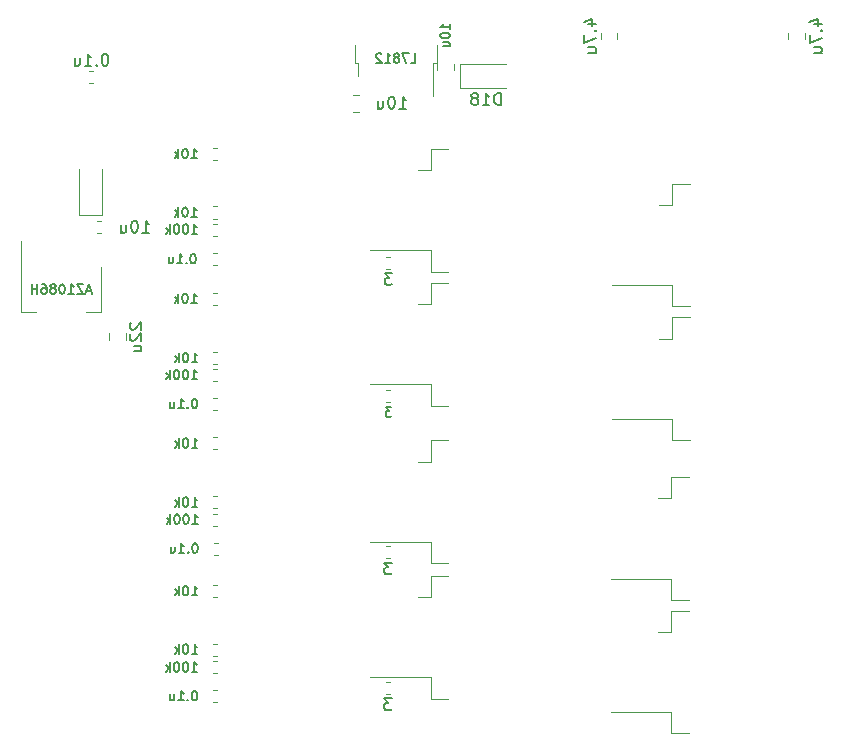
<source format=gbr>
G04 #@! TF.GenerationSoftware,KiCad,Pcbnew,(5.1.2)-1*
G04 #@! TF.CreationDate,2019-09-19T23:19:24+09:00*
G04 #@! TF.ProjectId,Slapnir,536c6170-6e69-4722-9e6b-696361645f70,rev?*
G04 #@! TF.SameCoordinates,Original*
G04 #@! TF.FileFunction,Legend,Bot*
G04 #@! TF.FilePolarity,Positive*
%FSLAX46Y46*%
G04 Gerber Fmt 4.6, Leading zero omitted, Abs format (unit mm)*
G04 Created by KiCad (PCBNEW (5.1.2)-1) date 2019-09-19 23:19:24*
%MOMM*%
%LPD*%
G04 APERTURE LIST*
%ADD10C,0.120000*%
%ADD11C,0.150000*%
G04 APERTURE END LIST*
D10*
X120137221Y-46040000D02*
X120462779Y-46040000D01*
X120137221Y-47060000D02*
X120462779Y-47060000D01*
X121790000Y-68241422D02*
X121790000Y-68758578D01*
X123210000Y-68241422D02*
X123210000Y-68758578D01*
X130912779Y-61440000D02*
X130587221Y-61440000D01*
X130912779Y-62460000D02*
X130587221Y-62460000D01*
X130962779Y-74710000D02*
X130637221Y-74710000D01*
X130962779Y-73690000D02*
X130637221Y-73690000D01*
X131012779Y-86960000D02*
X130687221Y-86960000D01*
X131012779Y-85940000D02*
X130687221Y-85940000D01*
X130962779Y-98440000D02*
X130637221Y-98440000D01*
X130962779Y-99460000D02*
X130637221Y-99460000D01*
X163440000Y-42791422D02*
X163440000Y-43308578D01*
X164860000Y-42791422D02*
X164860000Y-43308578D01*
X180760000Y-42791422D02*
X180760000Y-43308578D01*
X179340000Y-42791422D02*
X179340000Y-43308578D01*
X121250000Y-58250000D02*
X119250000Y-58250000D01*
X119250000Y-58250000D02*
X119250000Y-54350000D01*
X121250000Y-58250000D02*
X121250000Y-54350000D01*
X169500000Y-57360000D02*
X168400000Y-57360000D01*
X169500000Y-55550000D02*
X169500000Y-57360000D01*
X171000000Y-55550000D02*
X169500000Y-55550000D01*
X169500000Y-64140000D02*
X164375000Y-64140000D01*
X169500000Y-65950000D02*
X169500000Y-64140000D01*
X171000000Y-65950000D02*
X169500000Y-65950000D01*
X150550000Y-63000000D02*
X149050000Y-63000000D01*
X149050000Y-63000000D02*
X149050000Y-61190000D01*
X149050000Y-61190000D02*
X143925000Y-61190000D01*
X150550000Y-52600000D02*
X149050000Y-52600000D01*
X149050000Y-52600000D02*
X149050000Y-54410000D01*
X149050000Y-54410000D02*
X147950000Y-54410000D01*
X169500000Y-68685000D02*
X168400000Y-68685000D01*
X169500000Y-66875000D02*
X169500000Y-68685000D01*
X171000000Y-66875000D02*
X169500000Y-66875000D01*
X169500000Y-75465000D02*
X164375000Y-75465000D01*
X169500000Y-77275000D02*
X169500000Y-75465000D01*
X171000000Y-77275000D02*
X169500000Y-77275000D01*
X150550000Y-74350000D02*
X149050000Y-74350000D01*
X149050000Y-74350000D02*
X149050000Y-72540000D01*
X149050000Y-72540000D02*
X143925000Y-72540000D01*
X150550000Y-63950000D02*
X149050000Y-63950000D01*
X149050000Y-63950000D02*
X149050000Y-65760000D01*
X149050000Y-65760000D02*
X147950000Y-65760000D01*
X170900000Y-90800000D02*
X169400000Y-90800000D01*
X169400000Y-90800000D02*
X169400000Y-88990000D01*
X169400000Y-88990000D02*
X164275000Y-88990000D01*
X170900000Y-80400000D02*
X169400000Y-80400000D01*
X169400000Y-80400000D02*
X169400000Y-82210000D01*
X169400000Y-82210000D02*
X168300000Y-82210000D01*
X149050000Y-79110000D02*
X147950000Y-79110000D01*
X149050000Y-77300000D02*
X149050000Y-79110000D01*
X150550000Y-77300000D02*
X149050000Y-77300000D01*
X149050000Y-85890000D02*
X143925000Y-85890000D01*
X149050000Y-87700000D02*
X149050000Y-85890000D01*
X150550000Y-87700000D02*
X149050000Y-87700000D01*
X170900000Y-102100000D02*
X169400000Y-102100000D01*
X169400000Y-102100000D02*
X169400000Y-100290000D01*
X169400000Y-100290000D02*
X164275000Y-100290000D01*
X170900000Y-91700000D02*
X169400000Y-91700000D01*
X169400000Y-91700000D02*
X169400000Y-93510000D01*
X169400000Y-93510000D02*
X168300000Y-93510000D01*
X149050000Y-90560000D02*
X147950000Y-90560000D01*
X149050000Y-88750000D02*
X149050000Y-90560000D01*
X150550000Y-88750000D02*
X149050000Y-88750000D01*
X149050000Y-97340000D02*
X143925000Y-97340000D01*
X149050000Y-99150000D02*
X149050000Y-97340000D01*
X150550000Y-99150000D02*
X149050000Y-99150000D01*
X130912779Y-58510000D02*
X130587221Y-58510000D01*
X130912779Y-57490000D02*
X130587221Y-57490000D01*
X130962779Y-69790000D02*
X130637221Y-69790000D01*
X130962779Y-70810000D02*
X130637221Y-70810000D01*
X130962779Y-82040000D02*
X130637221Y-82040000D01*
X130962779Y-83060000D02*
X130637221Y-83060000D01*
X130962779Y-94520000D02*
X130637221Y-94520000D01*
X130962779Y-95540000D02*
X130637221Y-95540000D01*
X130912779Y-58940000D02*
X130587221Y-58940000D01*
X130912779Y-59960000D02*
X130587221Y-59960000D01*
X130962779Y-72260000D02*
X130637221Y-72260000D01*
X130962779Y-71240000D02*
X130637221Y-71240000D01*
X130962779Y-84510000D02*
X130637221Y-84510000D01*
X130962779Y-83490000D02*
X130637221Y-83490000D01*
X130962779Y-95990000D02*
X130637221Y-95990000D01*
X130962779Y-97010000D02*
X130637221Y-97010000D01*
X145612779Y-61740000D02*
X145287221Y-61740000D01*
X145612779Y-62760000D02*
X145287221Y-62760000D01*
X145612779Y-74010000D02*
X145287221Y-74010000D01*
X145612779Y-72990000D02*
X145287221Y-72990000D01*
X145562779Y-87260000D02*
X145237221Y-87260000D01*
X145562779Y-86240000D02*
X145237221Y-86240000D01*
X145562779Y-97740000D02*
X145237221Y-97740000D01*
X145562779Y-98760000D02*
X145237221Y-98760000D01*
X121160000Y-66410000D02*
X119900000Y-66410000D01*
X114340000Y-66410000D02*
X115600000Y-66410000D01*
X121160000Y-62650000D02*
X121160000Y-66410000D01*
X114340000Y-60400000D02*
X114340000Y-66410000D01*
X149550000Y-43820000D02*
X149550000Y-45320000D01*
X149550000Y-45320000D02*
X149280000Y-45320000D01*
X149280000Y-45320000D02*
X149280000Y-48150000D01*
X142650000Y-43820000D02*
X142650000Y-45320000D01*
X142650000Y-45320000D02*
X142920000Y-45320000D01*
X142920000Y-45320000D02*
X142920000Y-46420000D01*
X120828733Y-59760000D02*
X121171267Y-59760000D01*
X120828733Y-58740000D02*
X121171267Y-58740000D01*
X151010000Y-45958578D02*
X151010000Y-45441422D01*
X149590000Y-45958578D02*
X149590000Y-45441422D01*
X143008578Y-49460000D02*
X142491422Y-49460000D01*
X143008578Y-48040000D02*
X142491422Y-48040000D01*
X151500000Y-47450000D02*
X151500000Y-45450000D01*
X151500000Y-45450000D02*
X155400000Y-45450000D01*
X151500000Y-47450000D02*
X155400000Y-47450000D01*
X130912779Y-53560000D02*
X130587221Y-53560000D01*
X130912779Y-52540000D02*
X130587221Y-52540000D01*
X130912779Y-64790000D02*
X130587221Y-64790000D01*
X130912779Y-65810000D02*
X130587221Y-65810000D01*
X130962779Y-78060000D02*
X130637221Y-78060000D01*
X130962779Y-77040000D02*
X130637221Y-77040000D01*
X130962779Y-89540000D02*
X130637221Y-89540000D01*
X130962779Y-90560000D02*
X130637221Y-90560000D01*
D11*
X121514285Y-44572380D02*
X121419047Y-44572380D01*
X121323809Y-44620000D01*
X121276190Y-44667619D01*
X121228571Y-44762857D01*
X121180952Y-44953333D01*
X121180952Y-45191428D01*
X121228571Y-45381904D01*
X121276190Y-45477142D01*
X121323809Y-45524761D01*
X121419047Y-45572380D01*
X121514285Y-45572380D01*
X121609523Y-45524761D01*
X121657142Y-45477142D01*
X121704761Y-45381904D01*
X121752380Y-45191428D01*
X121752380Y-44953333D01*
X121704761Y-44762857D01*
X121657142Y-44667619D01*
X121609523Y-44620000D01*
X121514285Y-44572380D01*
X120752380Y-45477142D02*
X120704761Y-45524761D01*
X120752380Y-45572380D01*
X120800000Y-45524761D01*
X120752380Y-45477142D01*
X120752380Y-45572380D01*
X119752380Y-45572380D02*
X120323809Y-45572380D01*
X120038095Y-45572380D02*
X120038095Y-44572380D01*
X120133333Y-44715238D01*
X120228571Y-44810476D01*
X120323809Y-44858095D01*
X118895238Y-44905714D02*
X118895238Y-45572380D01*
X119323809Y-44905714D02*
X119323809Y-45429523D01*
X119276190Y-45524761D01*
X119180952Y-45572380D01*
X119038095Y-45572380D01*
X118942857Y-45524761D01*
X118895238Y-45477142D01*
X123647619Y-67335714D02*
X123600000Y-67383333D01*
X123552380Y-67478571D01*
X123552380Y-67716666D01*
X123600000Y-67811904D01*
X123647619Y-67859523D01*
X123742857Y-67907142D01*
X123838095Y-67907142D01*
X123980952Y-67859523D01*
X124552380Y-67288095D01*
X124552380Y-67907142D01*
X123647619Y-68288095D02*
X123600000Y-68335714D01*
X123552380Y-68430952D01*
X123552380Y-68669047D01*
X123600000Y-68764285D01*
X123647619Y-68811904D01*
X123742857Y-68859523D01*
X123838095Y-68859523D01*
X123980952Y-68811904D01*
X124552380Y-68240476D01*
X124552380Y-68859523D01*
X123885714Y-69716666D02*
X124552380Y-69716666D01*
X123885714Y-69288095D02*
X124409523Y-69288095D01*
X124504761Y-69335714D01*
X124552380Y-69430952D01*
X124552380Y-69573809D01*
X124504761Y-69669047D01*
X124457142Y-69716666D01*
X128971428Y-61511904D02*
X128895238Y-61511904D01*
X128819047Y-61550000D01*
X128780952Y-61588095D01*
X128742857Y-61664285D01*
X128704761Y-61816666D01*
X128704761Y-62007142D01*
X128742857Y-62159523D01*
X128780952Y-62235714D01*
X128819047Y-62273809D01*
X128895238Y-62311904D01*
X128971428Y-62311904D01*
X129047619Y-62273809D01*
X129085714Y-62235714D01*
X129123809Y-62159523D01*
X129161904Y-62007142D01*
X129161904Y-61816666D01*
X129123809Y-61664285D01*
X129085714Y-61588095D01*
X129047619Y-61550000D01*
X128971428Y-61511904D01*
X128361904Y-62235714D02*
X128323809Y-62273809D01*
X128361904Y-62311904D01*
X128400000Y-62273809D01*
X128361904Y-62235714D01*
X128361904Y-62311904D01*
X127561904Y-62311904D02*
X128019047Y-62311904D01*
X127790476Y-62311904D02*
X127790476Y-61511904D01*
X127866666Y-61626190D01*
X127942857Y-61702380D01*
X128019047Y-61740476D01*
X126876190Y-61778571D02*
X126876190Y-62311904D01*
X127219047Y-61778571D02*
X127219047Y-62197619D01*
X127180952Y-62273809D01*
X127104761Y-62311904D01*
X126990476Y-62311904D01*
X126914285Y-62273809D01*
X126876190Y-62235714D01*
X129071428Y-73761904D02*
X128995238Y-73761904D01*
X128919047Y-73800000D01*
X128880952Y-73838095D01*
X128842857Y-73914285D01*
X128804761Y-74066666D01*
X128804761Y-74257142D01*
X128842857Y-74409523D01*
X128880952Y-74485714D01*
X128919047Y-74523809D01*
X128995238Y-74561904D01*
X129071428Y-74561904D01*
X129147619Y-74523809D01*
X129185714Y-74485714D01*
X129223809Y-74409523D01*
X129261904Y-74257142D01*
X129261904Y-74066666D01*
X129223809Y-73914285D01*
X129185714Y-73838095D01*
X129147619Y-73800000D01*
X129071428Y-73761904D01*
X128461904Y-74485714D02*
X128423809Y-74523809D01*
X128461904Y-74561904D01*
X128500000Y-74523809D01*
X128461904Y-74485714D01*
X128461904Y-74561904D01*
X127661904Y-74561904D02*
X128119047Y-74561904D01*
X127890476Y-74561904D02*
X127890476Y-73761904D01*
X127966666Y-73876190D01*
X128042857Y-73952380D01*
X128119047Y-73990476D01*
X126976190Y-74028571D02*
X126976190Y-74561904D01*
X127319047Y-74028571D02*
X127319047Y-74447619D01*
X127280952Y-74523809D01*
X127204761Y-74561904D01*
X127090476Y-74561904D01*
X127014285Y-74523809D01*
X126976190Y-74485714D01*
X129121428Y-86011904D02*
X129045238Y-86011904D01*
X128969047Y-86050000D01*
X128930952Y-86088095D01*
X128892857Y-86164285D01*
X128854761Y-86316666D01*
X128854761Y-86507142D01*
X128892857Y-86659523D01*
X128930952Y-86735714D01*
X128969047Y-86773809D01*
X129045238Y-86811904D01*
X129121428Y-86811904D01*
X129197619Y-86773809D01*
X129235714Y-86735714D01*
X129273809Y-86659523D01*
X129311904Y-86507142D01*
X129311904Y-86316666D01*
X129273809Y-86164285D01*
X129235714Y-86088095D01*
X129197619Y-86050000D01*
X129121428Y-86011904D01*
X128511904Y-86735714D02*
X128473809Y-86773809D01*
X128511904Y-86811904D01*
X128550000Y-86773809D01*
X128511904Y-86735714D01*
X128511904Y-86811904D01*
X127711904Y-86811904D02*
X128169047Y-86811904D01*
X127940476Y-86811904D02*
X127940476Y-86011904D01*
X128016666Y-86126190D01*
X128092857Y-86202380D01*
X128169047Y-86240476D01*
X127026190Y-86278571D02*
X127026190Y-86811904D01*
X127369047Y-86278571D02*
X127369047Y-86697619D01*
X127330952Y-86773809D01*
X127254761Y-86811904D01*
X127140476Y-86811904D01*
X127064285Y-86773809D01*
X127026190Y-86735714D01*
X129071428Y-98511904D02*
X128995238Y-98511904D01*
X128919047Y-98550000D01*
X128880952Y-98588095D01*
X128842857Y-98664285D01*
X128804761Y-98816666D01*
X128804761Y-99007142D01*
X128842857Y-99159523D01*
X128880952Y-99235714D01*
X128919047Y-99273809D01*
X128995238Y-99311904D01*
X129071428Y-99311904D01*
X129147619Y-99273809D01*
X129185714Y-99235714D01*
X129223809Y-99159523D01*
X129261904Y-99007142D01*
X129261904Y-98816666D01*
X129223809Y-98664285D01*
X129185714Y-98588095D01*
X129147619Y-98550000D01*
X129071428Y-98511904D01*
X128461904Y-99235714D02*
X128423809Y-99273809D01*
X128461904Y-99311904D01*
X128500000Y-99273809D01*
X128461904Y-99235714D01*
X128461904Y-99311904D01*
X127661904Y-99311904D02*
X128119047Y-99311904D01*
X127890476Y-99311904D02*
X127890476Y-98511904D01*
X127966666Y-98626190D01*
X128042857Y-98702380D01*
X128119047Y-98740476D01*
X126976190Y-98778571D02*
X126976190Y-99311904D01*
X127319047Y-98778571D02*
X127319047Y-99197619D01*
X127280952Y-99273809D01*
X127204761Y-99311904D01*
X127090476Y-99311904D01*
X127014285Y-99273809D01*
X126976190Y-99235714D01*
X162385714Y-42073809D02*
X163052380Y-42073809D01*
X162004761Y-41835714D02*
X162719047Y-41597619D01*
X162719047Y-42216666D01*
X162957142Y-42597619D02*
X163004761Y-42645238D01*
X163052380Y-42597619D01*
X163004761Y-42550000D01*
X162957142Y-42597619D01*
X163052380Y-42597619D01*
X162052380Y-42978571D02*
X162052380Y-43645238D01*
X163052380Y-43216666D01*
X162385714Y-44454761D02*
X163052380Y-44454761D01*
X162385714Y-44026190D02*
X162909523Y-44026190D01*
X163004761Y-44073809D01*
X163052380Y-44169047D01*
X163052380Y-44311904D01*
X163004761Y-44407142D01*
X162957142Y-44454761D01*
X181485714Y-42073809D02*
X182152380Y-42073809D01*
X181104761Y-41835714D02*
X181819047Y-41597619D01*
X181819047Y-42216666D01*
X182057142Y-42597619D02*
X182104761Y-42645238D01*
X182152380Y-42597619D01*
X182104761Y-42550000D01*
X182057142Y-42597619D01*
X182152380Y-42597619D01*
X181152380Y-42978571D02*
X181152380Y-43645238D01*
X182152380Y-43216666D01*
X181485714Y-44454761D02*
X182152380Y-44454761D01*
X181485714Y-44026190D02*
X182009523Y-44026190D01*
X182104761Y-44073809D01*
X182152380Y-44169047D01*
X182152380Y-44311904D01*
X182104761Y-44407142D01*
X182057142Y-44454761D01*
X128776190Y-58361904D02*
X129233333Y-58361904D01*
X129004761Y-58361904D02*
X129004761Y-57561904D01*
X129080952Y-57676190D01*
X129157142Y-57752380D01*
X129233333Y-57790476D01*
X128280952Y-57561904D02*
X128204761Y-57561904D01*
X128128571Y-57600000D01*
X128090476Y-57638095D01*
X128052380Y-57714285D01*
X128014285Y-57866666D01*
X128014285Y-58057142D01*
X128052380Y-58209523D01*
X128090476Y-58285714D01*
X128128571Y-58323809D01*
X128204761Y-58361904D01*
X128280952Y-58361904D01*
X128357142Y-58323809D01*
X128395238Y-58285714D01*
X128433333Y-58209523D01*
X128471428Y-58057142D01*
X128471428Y-57866666D01*
X128433333Y-57714285D01*
X128395238Y-57638095D01*
X128357142Y-57600000D01*
X128280952Y-57561904D01*
X127671428Y-58361904D02*
X127671428Y-57561904D01*
X127595238Y-58057142D02*
X127366666Y-58361904D01*
X127366666Y-57828571D02*
X127671428Y-58133333D01*
X128826190Y-70661904D02*
X129283333Y-70661904D01*
X129054761Y-70661904D02*
X129054761Y-69861904D01*
X129130952Y-69976190D01*
X129207142Y-70052380D01*
X129283333Y-70090476D01*
X128330952Y-69861904D02*
X128254761Y-69861904D01*
X128178571Y-69900000D01*
X128140476Y-69938095D01*
X128102380Y-70014285D01*
X128064285Y-70166666D01*
X128064285Y-70357142D01*
X128102380Y-70509523D01*
X128140476Y-70585714D01*
X128178571Y-70623809D01*
X128254761Y-70661904D01*
X128330952Y-70661904D01*
X128407142Y-70623809D01*
X128445238Y-70585714D01*
X128483333Y-70509523D01*
X128521428Y-70357142D01*
X128521428Y-70166666D01*
X128483333Y-70014285D01*
X128445238Y-69938095D01*
X128407142Y-69900000D01*
X128330952Y-69861904D01*
X127721428Y-70661904D02*
X127721428Y-69861904D01*
X127645238Y-70357142D02*
X127416666Y-70661904D01*
X127416666Y-70128571D02*
X127721428Y-70433333D01*
X128826190Y-82911904D02*
X129283333Y-82911904D01*
X129054761Y-82911904D02*
X129054761Y-82111904D01*
X129130952Y-82226190D01*
X129207142Y-82302380D01*
X129283333Y-82340476D01*
X128330952Y-82111904D02*
X128254761Y-82111904D01*
X128178571Y-82150000D01*
X128140476Y-82188095D01*
X128102380Y-82264285D01*
X128064285Y-82416666D01*
X128064285Y-82607142D01*
X128102380Y-82759523D01*
X128140476Y-82835714D01*
X128178571Y-82873809D01*
X128254761Y-82911904D01*
X128330952Y-82911904D01*
X128407142Y-82873809D01*
X128445238Y-82835714D01*
X128483333Y-82759523D01*
X128521428Y-82607142D01*
X128521428Y-82416666D01*
X128483333Y-82264285D01*
X128445238Y-82188095D01*
X128407142Y-82150000D01*
X128330952Y-82111904D01*
X127721428Y-82911904D02*
X127721428Y-82111904D01*
X127645238Y-82607142D02*
X127416666Y-82911904D01*
X127416666Y-82378571D02*
X127721428Y-82683333D01*
X128826190Y-95361904D02*
X129283333Y-95361904D01*
X129054761Y-95361904D02*
X129054761Y-94561904D01*
X129130952Y-94676190D01*
X129207142Y-94752380D01*
X129283333Y-94790476D01*
X128330952Y-94561904D02*
X128254761Y-94561904D01*
X128178571Y-94600000D01*
X128140476Y-94638095D01*
X128102380Y-94714285D01*
X128064285Y-94866666D01*
X128064285Y-95057142D01*
X128102380Y-95209523D01*
X128140476Y-95285714D01*
X128178571Y-95323809D01*
X128254761Y-95361904D01*
X128330952Y-95361904D01*
X128407142Y-95323809D01*
X128445238Y-95285714D01*
X128483333Y-95209523D01*
X128521428Y-95057142D01*
X128521428Y-94866666D01*
X128483333Y-94714285D01*
X128445238Y-94638095D01*
X128407142Y-94600000D01*
X128330952Y-94561904D01*
X127721428Y-95361904D02*
X127721428Y-94561904D01*
X127645238Y-95057142D02*
X127416666Y-95361904D01*
X127416666Y-94828571D02*
X127721428Y-95133333D01*
X128807142Y-59811904D02*
X129264285Y-59811904D01*
X129035714Y-59811904D02*
X129035714Y-59011904D01*
X129111904Y-59126190D01*
X129188095Y-59202380D01*
X129264285Y-59240476D01*
X128311904Y-59011904D02*
X128235714Y-59011904D01*
X128159523Y-59050000D01*
X128121428Y-59088095D01*
X128083333Y-59164285D01*
X128045238Y-59316666D01*
X128045238Y-59507142D01*
X128083333Y-59659523D01*
X128121428Y-59735714D01*
X128159523Y-59773809D01*
X128235714Y-59811904D01*
X128311904Y-59811904D01*
X128388095Y-59773809D01*
X128426190Y-59735714D01*
X128464285Y-59659523D01*
X128502380Y-59507142D01*
X128502380Y-59316666D01*
X128464285Y-59164285D01*
X128426190Y-59088095D01*
X128388095Y-59050000D01*
X128311904Y-59011904D01*
X127550000Y-59011904D02*
X127473809Y-59011904D01*
X127397619Y-59050000D01*
X127359523Y-59088095D01*
X127321428Y-59164285D01*
X127283333Y-59316666D01*
X127283333Y-59507142D01*
X127321428Y-59659523D01*
X127359523Y-59735714D01*
X127397619Y-59773809D01*
X127473809Y-59811904D01*
X127550000Y-59811904D01*
X127626190Y-59773809D01*
X127664285Y-59735714D01*
X127702380Y-59659523D01*
X127740476Y-59507142D01*
X127740476Y-59316666D01*
X127702380Y-59164285D01*
X127664285Y-59088095D01*
X127626190Y-59050000D01*
X127550000Y-59011904D01*
X126940476Y-59811904D02*
X126940476Y-59011904D01*
X126864285Y-59507142D02*
X126635714Y-59811904D01*
X126635714Y-59278571D02*
X126940476Y-59583333D01*
X128807142Y-72111904D02*
X129264285Y-72111904D01*
X129035714Y-72111904D02*
X129035714Y-71311904D01*
X129111904Y-71426190D01*
X129188095Y-71502380D01*
X129264285Y-71540476D01*
X128311904Y-71311904D02*
X128235714Y-71311904D01*
X128159523Y-71350000D01*
X128121428Y-71388095D01*
X128083333Y-71464285D01*
X128045238Y-71616666D01*
X128045238Y-71807142D01*
X128083333Y-71959523D01*
X128121428Y-72035714D01*
X128159523Y-72073809D01*
X128235714Y-72111904D01*
X128311904Y-72111904D01*
X128388095Y-72073809D01*
X128426190Y-72035714D01*
X128464285Y-71959523D01*
X128502380Y-71807142D01*
X128502380Y-71616666D01*
X128464285Y-71464285D01*
X128426190Y-71388095D01*
X128388095Y-71350000D01*
X128311904Y-71311904D01*
X127550000Y-71311904D02*
X127473809Y-71311904D01*
X127397619Y-71350000D01*
X127359523Y-71388095D01*
X127321428Y-71464285D01*
X127283333Y-71616666D01*
X127283333Y-71807142D01*
X127321428Y-71959523D01*
X127359523Y-72035714D01*
X127397619Y-72073809D01*
X127473809Y-72111904D01*
X127550000Y-72111904D01*
X127626190Y-72073809D01*
X127664285Y-72035714D01*
X127702380Y-71959523D01*
X127740476Y-71807142D01*
X127740476Y-71616666D01*
X127702380Y-71464285D01*
X127664285Y-71388095D01*
X127626190Y-71350000D01*
X127550000Y-71311904D01*
X126940476Y-72111904D02*
X126940476Y-71311904D01*
X126864285Y-71807142D02*
X126635714Y-72111904D01*
X126635714Y-71578571D02*
X126940476Y-71883333D01*
X128857142Y-84361904D02*
X129314285Y-84361904D01*
X129085714Y-84361904D02*
X129085714Y-83561904D01*
X129161904Y-83676190D01*
X129238095Y-83752380D01*
X129314285Y-83790476D01*
X128361904Y-83561904D02*
X128285714Y-83561904D01*
X128209523Y-83600000D01*
X128171428Y-83638095D01*
X128133333Y-83714285D01*
X128095238Y-83866666D01*
X128095238Y-84057142D01*
X128133333Y-84209523D01*
X128171428Y-84285714D01*
X128209523Y-84323809D01*
X128285714Y-84361904D01*
X128361904Y-84361904D01*
X128438095Y-84323809D01*
X128476190Y-84285714D01*
X128514285Y-84209523D01*
X128552380Y-84057142D01*
X128552380Y-83866666D01*
X128514285Y-83714285D01*
X128476190Y-83638095D01*
X128438095Y-83600000D01*
X128361904Y-83561904D01*
X127600000Y-83561904D02*
X127523809Y-83561904D01*
X127447619Y-83600000D01*
X127409523Y-83638095D01*
X127371428Y-83714285D01*
X127333333Y-83866666D01*
X127333333Y-84057142D01*
X127371428Y-84209523D01*
X127409523Y-84285714D01*
X127447619Y-84323809D01*
X127523809Y-84361904D01*
X127600000Y-84361904D01*
X127676190Y-84323809D01*
X127714285Y-84285714D01*
X127752380Y-84209523D01*
X127790476Y-84057142D01*
X127790476Y-83866666D01*
X127752380Y-83714285D01*
X127714285Y-83638095D01*
X127676190Y-83600000D01*
X127600000Y-83561904D01*
X126990476Y-84361904D02*
X126990476Y-83561904D01*
X126914285Y-84057142D02*
X126685714Y-84361904D01*
X126685714Y-83828571D02*
X126990476Y-84133333D01*
X128807142Y-96861904D02*
X129264285Y-96861904D01*
X129035714Y-96861904D02*
X129035714Y-96061904D01*
X129111904Y-96176190D01*
X129188095Y-96252380D01*
X129264285Y-96290476D01*
X128311904Y-96061904D02*
X128235714Y-96061904D01*
X128159523Y-96100000D01*
X128121428Y-96138095D01*
X128083333Y-96214285D01*
X128045238Y-96366666D01*
X128045238Y-96557142D01*
X128083333Y-96709523D01*
X128121428Y-96785714D01*
X128159523Y-96823809D01*
X128235714Y-96861904D01*
X128311904Y-96861904D01*
X128388095Y-96823809D01*
X128426190Y-96785714D01*
X128464285Y-96709523D01*
X128502380Y-96557142D01*
X128502380Y-96366666D01*
X128464285Y-96214285D01*
X128426190Y-96138095D01*
X128388095Y-96100000D01*
X128311904Y-96061904D01*
X127550000Y-96061904D02*
X127473809Y-96061904D01*
X127397619Y-96100000D01*
X127359523Y-96138095D01*
X127321428Y-96214285D01*
X127283333Y-96366666D01*
X127283333Y-96557142D01*
X127321428Y-96709523D01*
X127359523Y-96785714D01*
X127397619Y-96823809D01*
X127473809Y-96861904D01*
X127550000Y-96861904D01*
X127626190Y-96823809D01*
X127664285Y-96785714D01*
X127702380Y-96709523D01*
X127740476Y-96557142D01*
X127740476Y-96366666D01*
X127702380Y-96214285D01*
X127664285Y-96138095D01*
X127626190Y-96100000D01*
X127550000Y-96061904D01*
X126940476Y-96861904D02*
X126940476Y-96061904D01*
X126864285Y-96557142D02*
X126635714Y-96861904D01*
X126635714Y-96328571D02*
X126940476Y-96633333D01*
X145783333Y-63132380D02*
X145164285Y-63132380D01*
X145497619Y-63513333D01*
X145354761Y-63513333D01*
X145259523Y-63560952D01*
X145211904Y-63608571D01*
X145164285Y-63703809D01*
X145164285Y-63941904D01*
X145211904Y-64037142D01*
X145259523Y-64084761D01*
X145354761Y-64132380D01*
X145640476Y-64132380D01*
X145735714Y-64084761D01*
X145783333Y-64037142D01*
X145716666Y-74491904D02*
X145221428Y-74491904D01*
X145488095Y-74796666D01*
X145373809Y-74796666D01*
X145297619Y-74834761D01*
X145259523Y-74872857D01*
X145221428Y-74949047D01*
X145221428Y-75139523D01*
X145259523Y-75215714D01*
X145297619Y-75253809D01*
X145373809Y-75291904D01*
X145602380Y-75291904D01*
X145678571Y-75253809D01*
X145716666Y-75215714D01*
X145733333Y-87632380D02*
X145114285Y-87632380D01*
X145447619Y-88013333D01*
X145304761Y-88013333D01*
X145209523Y-88060952D01*
X145161904Y-88108571D01*
X145114285Y-88203809D01*
X145114285Y-88441904D01*
X145161904Y-88537142D01*
X145209523Y-88584761D01*
X145304761Y-88632380D01*
X145590476Y-88632380D01*
X145685714Y-88584761D01*
X145733333Y-88537142D01*
X145733333Y-99132380D02*
X145114285Y-99132380D01*
X145447619Y-99513333D01*
X145304761Y-99513333D01*
X145209523Y-99560952D01*
X145161904Y-99608571D01*
X145114285Y-99703809D01*
X145114285Y-99941904D01*
X145161904Y-100037142D01*
X145209523Y-100084761D01*
X145304761Y-100132380D01*
X145590476Y-100132380D01*
X145685714Y-100084761D01*
X145733333Y-100037142D01*
X120264285Y-64633333D02*
X119883333Y-64633333D01*
X120340476Y-64861904D02*
X120073809Y-64061904D01*
X119807142Y-64861904D01*
X119616666Y-64061904D02*
X119083333Y-64061904D01*
X119616666Y-64861904D01*
X119083333Y-64861904D01*
X118359523Y-64861904D02*
X118816666Y-64861904D01*
X118588095Y-64861904D02*
X118588095Y-64061904D01*
X118664285Y-64176190D01*
X118740476Y-64252380D01*
X118816666Y-64290476D01*
X117864285Y-64061904D02*
X117788095Y-64061904D01*
X117711904Y-64100000D01*
X117673809Y-64138095D01*
X117635714Y-64214285D01*
X117597619Y-64366666D01*
X117597619Y-64557142D01*
X117635714Y-64709523D01*
X117673809Y-64785714D01*
X117711904Y-64823809D01*
X117788095Y-64861904D01*
X117864285Y-64861904D01*
X117940476Y-64823809D01*
X117978571Y-64785714D01*
X118016666Y-64709523D01*
X118054761Y-64557142D01*
X118054761Y-64366666D01*
X118016666Y-64214285D01*
X117978571Y-64138095D01*
X117940476Y-64100000D01*
X117864285Y-64061904D01*
X117140476Y-64404761D02*
X117216666Y-64366666D01*
X117254761Y-64328571D01*
X117292857Y-64252380D01*
X117292857Y-64214285D01*
X117254761Y-64138095D01*
X117216666Y-64100000D01*
X117140476Y-64061904D01*
X116988095Y-64061904D01*
X116911904Y-64100000D01*
X116873809Y-64138095D01*
X116835714Y-64214285D01*
X116835714Y-64252380D01*
X116873809Y-64328571D01*
X116911904Y-64366666D01*
X116988095Y-64404761D01*
X117140476Y-64404761D01*
X117216666Y-64442857D01*
X117254761Y-64480952D01*
X117292857Y-64557142D01*
X117292857Y-64709523D01*
X117254761Y-64785714D01*
X117216666Y-64823809D01*
X117140476Y-64861904D01*
X116988095Y-64861904D01*
X116911904Y-64823809D01*
X116873809Y-64785714D01*
X116835714Y-64709523D01*
X116835714Y-64557142D01*
X116873809Y-64480952D01*
X116911904Y-64442857D01*
X116988095Y-64404761D01*
X116150000Y-64061904D02*
X116302380Y-64061904D01*
X116378571Y-64100000D01*
X116416666Y-64138095D01*
X116492857Y-64252380D01*
X116530952Y-64404761D01*
X116530952Y-64709523D01*
X116492857Y-64785714D01*
X116454761Y-64823809D01*
X116378571Y-64861904D01*
X116226190Y-64861904D01*
X116150000Y-64823809D01*
X116111904Y-64785714D01*
X116073809Y-64709523D01*
X116073809Y-64519047D01*
X116111904Y-64442857D01*
X116150000Y-64404761D01*
X116226190Y-64366666D01*
X116378571Y-64366666D01*
X116454761Y-64404761D01*
X116492857Y-64442857D01*
X116530952Y-64519047D01*
X115730952Y-64861904D02*
X115730952Y-64061904D01*
X115730952Y-64442857D02*
X115273809Y-64442857D01*
X115273809Y-64861904D02*
X115273809Y-64061904D01*
X147376190Y-45311904D02*
X147757142Y-45311904D01*
X147757142Y-44511904D01*
X147185714Y-44511904D02*
X146652380Y-44511904D01*
X146995238Y-45311904D01*
X146233333Y-44854761D02*
X146309523Y-44816666D01*
X146347619Y-44778571D01*
X146385714Y-44702380D01*
X146385714Y-44664285D01*
X146347619Y-44588095D01*
X146309523Y-44550000D01*
X146233333Y-44511904D01*
X146080952Y-44511904D01*
X146004761Y-44550000D01*
X145966666Y-44588095D01*
X145928571Y-44664285D01*
X145928571Y-44702380D01*
X145966666Y-44778571D01*
X146004761Y-44816666D01*
X146080952Y-44854761D01*
X146233333Y-44854761D01*
X146309523Y-44892857D01*
X146347619Y-44930952D01*
X146385714Y-45007142D01*
X146385714Y-45159523D01*
X146347619Y-45235714D01*
X146309523Y-45273809D01*
X146233333Y-45311904D01*
X146080952Y-45311904D01*
X146004761Y-45273809D01*
X145966666Y-45235714D01*
X145928571Y-45159523D01*
X145928571Y-45007142D01*
X145966666Y-44930952D01*
X146004761Y-44892857D01*
X146080952Y-44854761D01*
X145166666Y-45311904D02*
X145623809Y-45311904D01*
X145395238Y-45311904D02*
X145395238Y-44511904D01*
X145471428Y-44626190D01*
X145547619Y-44702380D01*
X145623809Y-44740476D01*
X144861904Y-44588095D02*
X144823809Y-44550000D01*
X144747619Y-44511904D01*
X144557142Y-44511904D01*
X144480952Y-44550000D01*
X144442857Y-44588095D01*
X144404761Y-44664285D01*
X144404761Y-44740476D01*
X144442857Y-44854761D01*
X144900000Y-45311904D01*
X144404761Y-45311904D01*
X124642857Y-59702380D02*
X125214285Y-59702380D01*
X124928571Y-59702380D02*
X124928571Y-58702380D01*
X125023809Y-58845238D01*
X125119047Y-58940476D01*
X125214285Y-58988095D01*
X124023809Y-58702380D02*
X123928571Y-58702380D01*
X123833333Y-58750000D01*
X123785714Y-58797619D01*
X123738095Y-58892857D01*
X123690476Y-59083333D01*
X123690476Y-59321428D01*
X123738095Y-59511904D01*
X123785714Y-59607142D01*
X123833333Y-59654761D01*
X123928571Y-59702380D01*
X124023809Y-59702380D01*
X124119047Y-59654761D01*
X124166666Y-59607142D01*
X124214285Y-59511904D01*
X124261904Y-59321428D01*
X124261904Y-59083333D01*
X124214285Y-58892857D01*
X124166666Y-58797619D01*
X124119047Y-58750000D01*
X124023809Y-58702380D01*
X122833333Y-59035714D02*
X122833333Y-59702380D01*
X123261904Y-59035714D02*
X123261904Y-59559523D01*
X123214285Y-59654761D01*
X123119047Y-59702380D01*
X122976190Y-59702380D01*
X122880952Y-59654761D01*
X122833333Y-59607142D01*
X150661904Y-42485714D02*
X150661904Y-42028571D01*
X150661904Y-42257142D02*
X149861904Y-42257142D01*
X149976190Y-42180952D01*
X150052380Y-42104761D01*
X150090476Y-42028571D01*
X149861904Y-42980952D02*
X149861904Y-43057142D01*
X149900000Y-43133333D01*
X149938095Y-43171428D01*
X150014285Y-43209523D01*
X150166666Y-43247619D01*
X150357142Y-43247619D01*
X150509523Y-43209523D01*
X150585714Y-43171428D01*
X150623809Y-43133333D01*
X150661904Y-43057142D01*
X150661904Y-42980952D01*
X150623809Y-42904761D01*
X150585714Y-42866666D01*
X150509523Y-42828571D01*
X150357142Y-42790476D01*
X150166666Y-42790476D01*
X150014285Y-42828571D01*
X149938095Y-42866666D01*
X149900000Y-42904761D01*
X149861904Y-42980952D01*
X150128571Y-43933333D02*
X150661904Y-43933333D01*
X150128571Y-43590476D02*
X150547619Y-43590476D01*
X150623809Y-43628571D01*
X150661904Y-43704761D01*
X150661904Y-43819047D01*
X150623809Y-43895238D01*
X150585714Y-43933333D01*
X146392857Y-49202380D02*
X146964285Y-49202380D01*
X146678571Y-49202380D02*
X146678571Y-48202380D01*
X146773809Y-48345238D01*
X146869047Y-48440476D01*
X146964285Y-48488095D01*
X145773809Y-48202380D02*
X145678571Y-48202380D01*
X145583333Y-48250000D01*
X145535714Y-48297619D01*
X145488095Y-48392857D01*
X145440476Y-48583333D01*
X145440476Y-48821428D01*
X145488095Y-49011904D01*
X145535714Y-49107142D01*
X145583333Y-49154761D01*
X145678571Y-49202380D01*
X145773809Y-49202380D01*
X145869047Y-49154761D01*
X145916666Y-49107142D01*
X145964285Y-49011904D01*
X146011904Y-48821428D01*
X146011904Y-48583333D01*
X145964285Y-48392857D01*
X145916666Y-48297619D01*
X145869047Y-48250000D01*
X145773809Y-48202380D01*
X144583333Y-48535714D02*
X144583333Y-49202380D01*
X145011904Y-48535714D02*
X145011904Y-49059523D01*
X144964285Y-49154761D01*
X144869047Y-49202380D01*
X144726190Y-49202380D01*
X144630952Y-49154761D01*
X144583333Y-49107142D01*
X154964285Y-48902380D02*
X154964285Y-47902380D01*
X154726190Y-47902380D01*
X154583333Y-47950000D01*
X154488095Y-48045238D01*
X154440476Y-48140476D01*
X154392857Y-48330952D01*
X154392857Y-48473809D01*
X154440476Y-48664285D01*
X154488095Y-48759523D01*
X154583333Y-48854761D01*
X154726190Y-48902380D01*
X154964285Y-48902380D01*
X153440476Y-48902380D02*
X154011904Y-48902380D01*
X153726190Y-48902380D02*
X153726190Y-47902380D01*
X153821428Y-48045238D01*
X153916666Y-48140476D01*
X154011904Y-48188095D01*
X152869047Y-48330952D02*
X152964285Y-48283333D01*
X153011904Y-48235714D01*
X153059523Y-48140476D01*
X153059523Y-48092857D01*
X153011904Y-47997619D01*
X152964285Y-47950000D01*
X152869047Y-47902380D01*
X152678571Y-47902380D01*
X152583333Y-47950000D01*
X152535714Y-47997619D01*
X152488095Y-48092857D01*
X152488095Y-48140476D01*
X152535714Y-48235714D01*
X152583333Y-48283333D01*
X152678571Y-48330952D01*
X152869047Y-48330952D01*
X152964285Y-48378571D01*
X153011904Y-48426190D01*
X153059523Y-48521428D01*
X153059523Y-48711904D01*
X153011904Y-48807142D01*
X152964285Y-48854761D01*
X152869047Y-48902380D01*
X152678571Y-48902380D01*
X152583333Y-48854761D01*
X152535714Y-48807142D01*
X152488095Y-48711904D01*
X152488095Y-48521428D01*
X152535714Y-48426190D01*
X152583333Y-48378571D01*
X152678571Y-48330952D01*
X128776190Y-53411904D02*
X129233333Y-53411904D01*
X129004761Y-53411904D02*
X129004761Y-52611904D01*
X129080952Y-52726190D01*
X129157142Y-52802380D01*
X129233333Y-52840476D01*
X128280952Y-52611904D02*
X128204761Y-52611904D01*
X128128571Y-52650000D01*
X128090476Y-52688095D01*
X128052380Y-52764285D01*
X128014285Y-52916666D01*
X128014285Y-53107142D01*
X128052380Y-53259523D01*
X128090476Y-53335714D01*
X128128571Y-53373809D01*
X128204761Y-53411904D01*
X128280952Y-53411904D01*
X128357142Y-53373809D01*
X128395238Y-53335714D01*
X128433333Y-53259523D01*
X128471428Y-53107142D01*
X128471428Y-52916666D01*
X128433333Y-52764285D01*
X128395238Y-52688095D01*
X128357142Y-52650000D01*
X128280952Y-52611904D01*
X127671428Y-53411904D02*
X127671428Y-52611904D01*
X127595238Y-53107142D02*
X127366666Y-53411904D01*
X127366666Y-52878571D02*
X127671428Y-53183333D01*
X128776190Y-65661904D02*
X129233333Y-65661904D01*
X129004761Y-65661904D02*
X129004761Y-64861904D01*
X129080952Y-64976190D01*
X129157142Y-65052380D01*
X129233333Y-65090476D01*
X128280952Y-64861904D02*
X128204761Y-64861904D01*
X128128571Y-64900000D01*
X128090476Y-64938095D01*
X128052380Y-65014285D01*
X128014285Y-65166666D01*
X128014285Y-65357142D01*
X128052380Y-65509523D01*
X128090476Y-65585714D01*
X128128571Y-65623809D01*
X128204761Y-65661904D01*
X128280952Y-65661904D01*
X128357142Y-65623809D01*
X128395238Y-65585714D01*
X128433333Y-65509523D01*
X128471428Y-65357142D01*
X128471428Y-65166666D01*
X128433333Y-65014285D01*
X128395238Y-64938095D01*
X128357142Y-64900000D01*
X128280952Y-64861904D01*
X127671428Y-65661904D02*
X127671428Y-64861904D01*
X127595238Y-65357142D02*
X127366666Y-65661904D01*
X127366666Y-65128571D02*
X127671428Y-65433333D01*
X128826190Y-77911904D02*
X129283333Y-77911904D01*
X129054761Y-77911904D02*
X129054761Y-77111904D01*
X129130952Y-77226190D01*
X129207142Y-77302380D01*
X129283333Y-77340476D01*
X128330952Y-77111904D02*
X128254761Y-77111904D01*
X128178571Y-77150000D01*
X128140476Y-77188095D01*
X128102380Y-77264285D01*
X128064285Y-77416666D01*
X128064285Y-77607142D01*
X128102380Y-77759523D01*
X128140476Y-77835714D01*
X128178571Y-77873809D01*
X128254761Y-77911904D01*
X128330952Y-77911904D01*
X128407142Y-77873809D01*
X128445238Y-77835714D01*
X128483333Y-77759523D01*
X128521428Y-77607142D01*
X128521428Y-77416666D01*
X128483333Y-77264285D01*
X128445238Y-77188095D01*
X128407142Y-77150000D01*
X128330952Y-77111904D01*
X127721428Y-77911904D02*
X127721428Y-77111904D01*
X127645238Y-77607142D02*
X127416666Y-77911904D01*
X127416666Y-77378571D02*
X127721428Y-77683333D01*
X128826190Y-90411904D02*
X129283333Y-90411904D01*
X129054761Y-90411904D02*
X129054761Y-89611904D01*
X129130952Y-89726190D01*
X129207142Y-89802380D01*
X129283333Y-89840476D01*
X128330952Y-89611904D02*
X128254761Y-89611904D01*
X128178571Y-89650000D01*
X128140476Y-89688095D01*
X128102380Y-89764285D01*
X128064285Y-89916666D01*
X128064285Y-90107142D01*
X128102380Y-90259523D01*
X128140476Y-90335714D01*
X128178571Y-90373809D01*
X128254761Y-90411904D01*
X128330952Y-90411904D01*
X128407142Y-90373809D01*
X128445238Y-90335714D01*
X128483333Y-90259523D01*
X128521428Y-90107142D01*
X128521428Y-89916666D01*
X128483333Y-89764285D01*
X128445238Y-89688095D01*
X128407142Y-89650000D01*
X128330952Y-89611904D01*
X127721428Y-90411904D02*
X127721428Y-89611904D01*
X127645238Y-90107142D02*
X127416666Y-90411904D01*
X127416666Y-89878571D02*
X127721428Y-90183333D01*
M02*

</source>
